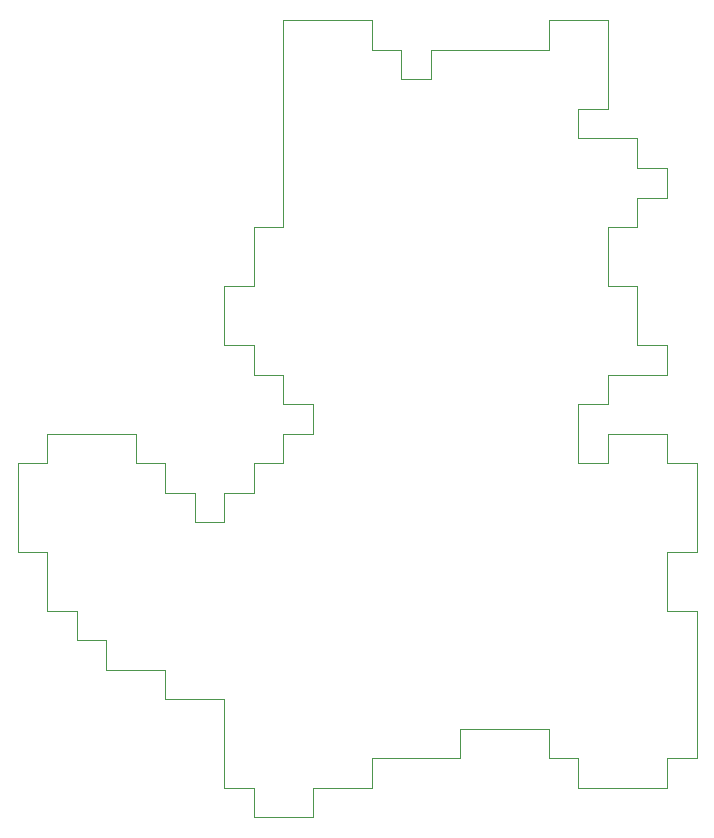
<source format=gbr>
G04 #@! TF.GenerationSoftware,KiCad,Pcbnew,5.1.2*
G04 #@! TF.CreationDate,2019-06-30T01:50:48-07:00*
G04 #@! TF.ProjectId,Mario_SAO,4d617269-6f5f-4534-914f-2e6b69636164,rev?*
G04 #@! TF.SameCoordinates,Original*
G04 #@! TF.FileFunction,Profile,NP*
%FSLAX46Y46*%
G04 Gerber Fmt 4.6, Leading zero omitted, Abs format (unit mm)*
G04 Created by KiCad (PCBNEW 5.1.2) date 2019-06-30 01:50:48*
%MOMM*%
%LPD*%
G04 APERTURE LIST*
%ADD10C,0.100000*%
G04 APERTURE END LIST*
D10*
X94751916Y-75006531D02*
X94751916Y-66258817D01*
X92252684Y-86253591D02*
X92252684Y-83754246D01*
X92252684Y-83754246D02*
X93502300Y-83754246D01*
X93502300Y-83754246D02*
X94751916Y-83754246D01*
X94751916Y-83754246D02*
X94751916Y-75006531D01*
X89753450Y-91252285D02*
X89753450Y-88752937D01*
X89753450Y-88752937D02*
X91003066Y-88752937D01*
X91003066Y-88752937D02*
X92252684Y-88752937D01*
X92252684Y-88752937D02*
X92252684Y-86253591D01*
X92252684Y-95001306D02*
X92252684Y-93751632D01*
X92252684Y-93751632D02*
X91003066Y-93751632D01*
X91003066Y-93751632D02*
X89753450Y-93751632D01*
X89753450Y-93751632D02*
X89753450Y-91252285D01*
X92252684Y-132491508D02*
X92252684Y-131241838D01*
X92252684Y-131241838D02*
X91003066Y-131241838D01*
X91003066Y-131241838D02*
X89753450Y-131241838D01*
X89753450Y-131241838D02*
X89753450Y-127492817D01*
X89753450Y-127492817D02*
X89753450Y-123743797D01*
X89753450Y-123743797D02*
X87254216Y-123743797D01*
X87254216Y-123743797D02*
X84754984Y-123743797D01*
X84754984Y-123743797D02*
X84754984Y-122494123D01*
X84754984Y-122494123D02*
X84754984Y-121250000D01*
X84750000Y-121250000D02*
X82255749Y-121244449D01*
X82255749Y-121244449D02*
X79756517Y-121244449D01*
X79756517Y-121244449D02*
X79756517Y-119994774D01*
X79756517Y-119994774D02*
X79756517Y-118745103D01*
X79756517Y-118745103D02*
X78506899Y-118745103D01*
X78506899Y-118745103D02*
X77257284Y-118745103D01*
X77257284Y-118745103D02*
X77257284Y-117495428D01*
X77257284Y-117495428D02*
X77257284Y-116245753D01*
X77257284Y-116245753D02*
X76007667Y-116245753D01*
X76007667Y-116245753D02*
X74758049Y-116245753D01*
X74758049Y-116245753D02*
X74758049Y-113746408D01*
X74758049Y-113746408D02*
X74758049Y-111247063D01*
X74758049Y-111247063D02*
X73508434Y-111247063D01*
X73508434Y-111247063D02*
X72258817Y-111247063D01*
X72258817Y-111247063D02*
X72258817Y-107498043D01*
X72258817Y-107498043D02*
X72258817Y-103749019D01*
X72258817Y-103749019D02*
X73508434Y-103749019D01*
X73508434Y-103749019D02*
X74758049Y-103749019D01*
X74758049Y-103749019D02*
X74758049Y-102499348D01*
X74758049Y-102499348D02*
X74758049Y-101249672D01*
X74758049Y-101249672D02*
X78506899Y-101249672D01*
X78506899Y-101249672D02*
X82255749Y-101249672D01*
X82255749Y-101249672D02*
X82255749Y-102499348D01*
X82255749Y-102499348D02*
X82255749Y-103749019D01*
X82255749Y-103749019D02*
X83505366Y-103749019D01*
X83505366Y-103749019D02*
X84754984Y-103749019D01*
X84754984Y-103749019D02*
X84754984Y-104998693D01*
X84754984Y-104998693D02*
X84754984Y-106248368D01*
X84754984Y-106248368D02*
X86004599Y-106248368D01*
X86004599Y-106248368D02*
X87254216Y-106248368D01*
X87254216Y-106248368D02*
X87254216Y-107498043D01*
X87254216Y-107498043D02*
X87254216Y-108747714D01*
X87254216Y-108747714D02*
X88503834Y-108747714D01*
X88503834Y-108747714D02*
X89753450Y-108747714D01*
X89753450Y-108747714D02*
X89753450Y-107498043D01*
X89753450Y-107498043D02*
X89753450Y-106248368D01*
X89753450Y-106248368D02*
X91003066Y-106248368D01*
X91003066Y-106248368D02*
X92252684Y-106248368D01*
X92252684Y-106248368D02*
X92252684Y-104998693D01*
X92252684Y-104998693D02*
X92252684Y-103749019D01*
X92252684Y-103749019D02*
X93502300Y-103749019D01*
X93502300Y-103749019D02*
X94751916Y-103749019D01*
X94751916Y-103749019D02*
X94751916Y-102499348D01*
X94751916Y-102499348D02*
X94751916Y-101249672D01*
X94751916Y-101249672D02*
X96001534Y-101249672D01*
X96001534Y-101249672D02*
X97251149Y-101249672D01*
X97251149Y-101249672D02*
X97251149Y-99999998D01*
X97251149Y-99999998D02*
X97251149Y-98750326D01*
X97251149Y-98750326D02*
X96001534Y-98750326D01*
X96001534Y-98750326D02*
X94751916Y-98750326D01*
X94751916Y-98750326D02*
X94751916Y-97500653D01*
X94751916Y-97500653D02*
X94751916Y-96250978D01*
X94751916Y-96250978D02*
X93502300Y-96250978D01*
X93502300Y-96250978D02*
X92252684Y-96250978D01*
X92252684Y-96250978D02*
X92252684Y-95001306D01*
X94751916Y-66258817D02*
X98500766Y-66258817D01*
X98500766Y-66258817D02*
X102249617Y-66258817D01*
X102249617Y-66258817D02*
X102249617Y-67508491D01*
X102249617Y-67508491D02*
X102249617Y-68758163D01*
X102249617Y-68758163D02*
X103499234Y-68758163D01*
X103499234Y-68758163D02*
X104748851Y-68758163D01*
X104748851Y-68758163D02*
X104748851Y-70007838D01*
X104748851Y-70007838D02*
X104748851Y-71257511D01*
X104748851Y-71257511D02*
X105998467Y-71257511D01*
X105998467Y-71257511D02*
X107248083Y-71257511D01*
X107248083Y-71257511D02*
X107248083Y-70007838D01*
X107248083Y-70007838D02*
X107248083Y-68758163D01*
X107248083Y-68758163D02*
X112246553Y-68758163D01*
X112246553Y-68758163D02*
X117245017Y-68758163D01*
X117245017Y-68758163D02*
X117245017Y-67508491D01*
X117245017Y-67508491D02*
X117245017Y-66258817D01*
X117245017Y-66258817D02*
X119744251Y-66258817D01*
X119744251Y-66258817D02*
X122243484Y-66258817D01*
X122243484Y-66258817D02*
X122243484Y-70007838D01*
X122243484Y-70007838D02*
X122243484Y-73756858D01*
X122243484Y-73756858D02*
X120993866Y-73756858D01*
X120993866Y-73756858D02*
X119744251Y-73756858D01*
X119744251Y-73756858D02*
X119744251Y-75006531D01*
X119744251Y-75006531D02*
X119744251Y-76256204D01*
X119744251Y-76256204D02*
X122243484Y-76256204D01*
X122243484Y-76256204D02*
X124742716Y-76256204D01*
X124742716Y-76256204D02*
X124742716Y-77505877D01*
X124742716Y-77505877D02*
X124742716Y-78755552D01*
X124742716Y-78755552D02*
X125992334Y-78755552D01*
X125992334Y-78755552D02*
X127241952Y-78755552D01*
X127241952Y-78755552D02*
X127241952Y-80005226D01*
X127241952Y-80005226D02*
X127241952Y-81254897D01*
X127241952Y-81254897D02*
X125992334Y-81254897D01*
X125992334Y-81254897D02*
X124742716Y-81254897D01*
X124742716Y-81254897D02*
X124742716Y-82504572D01*
X124742716Y-82504572D02*
X124742716Y-83754246D01*
X124742716Y-83754246D02*
X123493102Y-83754246D01*
X123493102Y-83754246D02*
X122243484Y-83754246D01*
X122243484Y-83754246D02*
X122243484Y-86253591D01*
X122243484Y-86253591D02*
X122243484Y-88752937D01*
X122243484Y-88752937D02*
X123493102Y-88752937D01*
X123493102Y-88752937D02*
X124742716Y-88752937D01*
X124742716Y-88752937D02*
X124742716Y-91252285D01*
X124742716Y-91252285D02*
X124742716Y-93751632D01*
X124742716Y-93751632D02*
X125992334Y-93751632D01*
X125992334Y-93751632D02*
X127241952Y-93751632D01*
X127241952Y-93751632D02*
X127241952Y-95001306D01*
X127241952Y-95001306D02*
X127241952Y-96250978D01*
X127241952Y-96250978D02*
X124742716Y-96250978D01*
X124742716Y-96250978D02*
X122243484Y-96250978D01*
X122243484Y-96250978D02*
X122243484Y-97500653D01*
X122243484Y-97500653D02*
X122243484Y-98750326D01*
X122243484Y-98750326D02*
X120993866Y-98750326D01*
X120993866Y-98750326D02*
X119744251Y-98750326D01*
X119744251Y-98750326D02*
X119744251Y-101249672D01*
X119744251Y-101249672D02*
X119744251Y-103749019D01*
X119744251Y-103749019D02*
X120993866Y-103749019D01*
X120993866Y-103749019D02*
X122243484Y-103749019D01*
X122243484Y-103749019D02*
X122243484Y-102499348D01*
X122243484Y-102499348D02*
X122243484Y-101249672D01*
X122243484Y-101249672D02*
X124742716Y-101249672D01*
X124742716Y-101249672D02*
X127241952Y-101249672D01*
X127241952Y-101249672D02*
X127241952Y-102499348D01*
X127241952Y-102499348D02*
X127241952Y-103749019D01*
X127241952Y-103749019D02*
X128491566Y-103749019D01*
X128491566Y-103749019D02*
X129741184Y-103749019D01*
X129741184Y-103749019D02*
X129741184Y-107498043D01*
X129741184Y-107498043D02*
X129741184Y-111247063D01*
X129741184Y-111247063D02*
X128491566Y-111247063D01*
X128491566Y-111247063D02*
X127241952Y-111247063D01*
X127241952Y-111247063D02*
X127241952Y-113746408D01*
X127241952Y-113746408D02*
X127241952Y-116245753D01*
X127241952Y-116245753D02*
X128491566Y-116245753D01*
X128491566Y-116245753D02*
X129741184Y-116245753D01*
X129741184Y-116245753D02*
X129741184Y-122494123D01*
X129741184Y-122494123D02*
X129741184Y-128742487D01*
X129741184Y-128742487D02*
X128491566Y-128742487D01*
X128491566Y-128742487D02*
X127241952Y-128742487D01*
X127241952Y-128742487D02*
X127241952Y-129992163D01*
X127241952Y-129992163D02*
X127241952Y-131241838D01*
X127241952Y-131241838D02*
X123493102Y-131241838D01*
X123493102Y-131241838D02*
X119744251Y-131241838D01*
X119744251Y-131241838D02*
X119744251Y-129992163D01*
X119744251Y-129992163D02*
X119744251Y-128742487D01*
X119744251Y-128742487D02*
X118494635Y-128742487D01*
X118494635Y-128742487D02*
X117245017Y-128742487D01*
X117245017Y-128742487D02*
X117245017Y-127492817D01*
X117245017Y-127492817D02*
X117245017Y-126243142D01*
X117245017Y-126243142D02*
X113496167Y-126243142D01*
X113496167Y-126243142D02*
X109747317Y-126243142D01*
X109747317Y-126243142D02*
X109747317Y-127492817D01*
X109747317Y-127492817D02*
X109747317Y-128742487D01*
X109747317Y-128742487D02*
X105998467Y-128742487D01*
X105998467Y-128742487D02*
X102249617Y-128742487D01*
X102249617Y-128742487D02*
X102249617Y-129992163D01*
X102249617Y-129992163D02*
X102249617Y-131241838D01*
X102249617Y-131241838D02*
X99750384Y-131241838D01*
X99750384Y-131241838D02*
X97251149Y-131241838D01*
X97251149Y-131241838D02*
X97251149Y-132491508D01*
X97251149Y-132491508D02*
X97251149Y-133741183D01*
X97251149Y-133741183D02*
X94751916Y-133741183D01*
X94751916Y-133741183D02*
X92252684Y-133741183D01*
X92252684Y-133741183D02*
X92252684Y-132491508D01*
X92252684Y-132491508D02*
X92252684Y-132491508D01*
X92252684Y-132491508D02*
X92252684Y-132491508D01*
M02*

</source>
